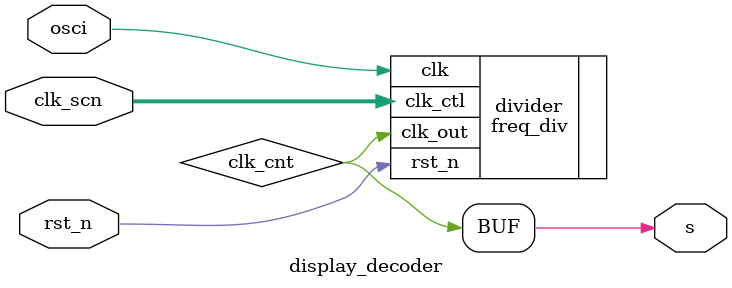
<source format=v>
`timescale 1ns / 1ps
module display_decoder(
    input osci,
    input [1:0]clk_scn,
	 input rst_n,
	 output s
    );
	 wire clk_cnt;

freq_div divider(.clk_out(clk_cnt),.clk_ctl(clk_scn),.clk(osci),.rst_n(rst_n));

assign s=clk_cnt;
endmodule

</source>
